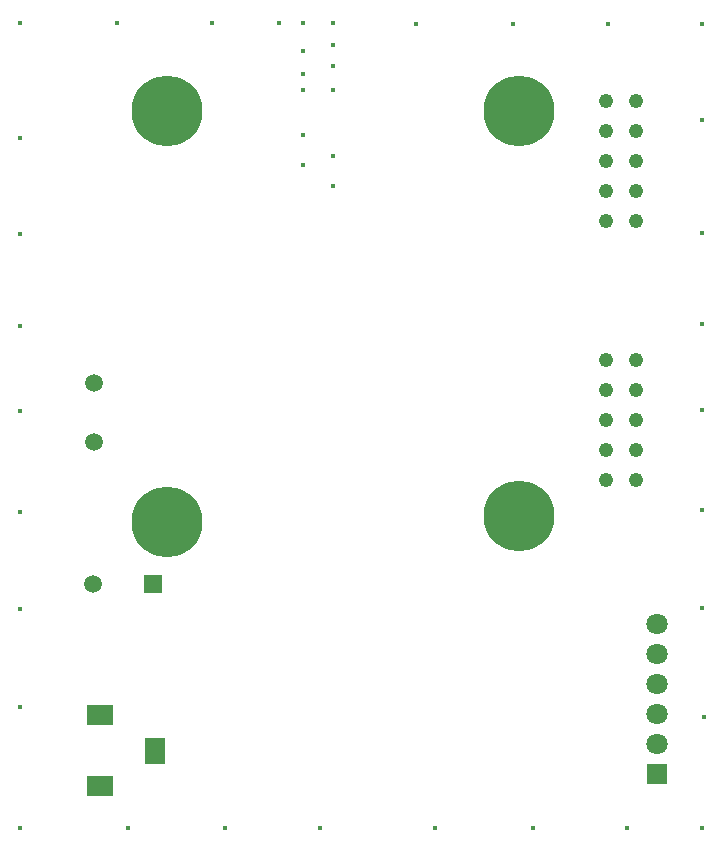
<source format=gbs>
G04*
G04 #@! TF.GenerationSoftware,Altium Limited,Altium Designer,19.1.8 (144)*
G04*
G04 Layer_Color=16711935*
%FSLAX25Y25*%
%MOIN*%
G70*
G01*
G75*
%ADD94C,0.04816*%
%ADD95C,0.23622*%
%ADD96C,0.23622*%
%ADD97R,0.06706X0.09068*%
%ADD98R,0.09068X0.06706*%
%ADD99C,0.07099*%
%ADD100R,0.07099X0.07099*%
%ADD101C,0.05918*%
%ADD102R,0.05918X0.05918*%
%ADD103C,0.01700*%
D94*
X199500Y160500D02*
D03*
X209500D02*
D03*
X199500Y150500D02*
D03*
X209500D02*
D03*
X199500Y140500D02*
D03*
X209500D02*
D03*
X199500Y130500D02*
D03*
X209500D02*
D03*
X199500Y120500D02*
D03*
X209500D02*
D03*
X199500Y247000D02*
D03*
X209500D02*
D03*
X199500Y237000D02*
D03*
X209500D02*
D03*
X199500Y227000D02*
D03*
X209500D02*
D03*
X199500Y217000D02*
D03*
X209500D02*
D03*
X199500Y207000D02*
D03*
X209500D02*
D03*
D95*
X170500Y108500D02*
D03*
Y243500D02*
D03*
X53000Y106500D02*
D03*
D96*
Y243500D02*
D03*
D97*
X49216Y30279D02*
D03*
D98*
X30713Y18469D02*
D03*
Y42091D02*
D03*
D99*
X216500Y52500D02*
D03*
Y32500D02*
D03*
Y42500D02*
D03*
Y62500D02*
D03*
Y72500D02*
D03*
D100*
Y22500D02*
D03*
D101*
X28650Y152835D02*
D03*
Y133150D02*
D03*
X28461Y86000D02*
D03*
D102*
X48539D02*
D03*
D103*
X104000Y4500D02*
D03*
X72500D02*
D03*
X40000D02*
D03*
X206500D02*
D03*
X175000D02*
D03*
X142500D02*
D03*
X200000Y272500D02*
D03*
X168500D02*
D03*
X136000D02*
D03*
X231500D02*
D03*
Y240500D02*
D03*
Y203000D02*
D03*
Y172500D02*
D03*
Y144000D02*
D03*
Y110500D02*
D03*
Y78000D02*
D03*
X232000Y41500D02*
D03*
X231500Y4500D02*
D03*
X4000D02*
D03*
Y45000D02*
D03*
Y77500D02*
D03*
Y110000D02*
D03*
Y143500D02*
D03*
Y172000D02*
D03*
Y202500D02*
D03*
Y234500D02*
D03*
Y273000D02*
D03*
X36500D02*
D03*
X68000D02*
D03*
X98500Y250500D02*
D03*
X108500Y218500D02*
D03*
Y250500D02*
D03*
X98500Y235500D02*
D03*
X108500Y228500D02*
D03*
X98500Y225500D02*
D03*
Y256000D02*
D03*
X108500Y258500D02*
D03*
X98500Y263500D02*
D03*
X108500Y265500D02*
D03*
Y273000D02*
D03*
X98500D02*
D03*
X90500D02*
D03*
M02*

</source>
